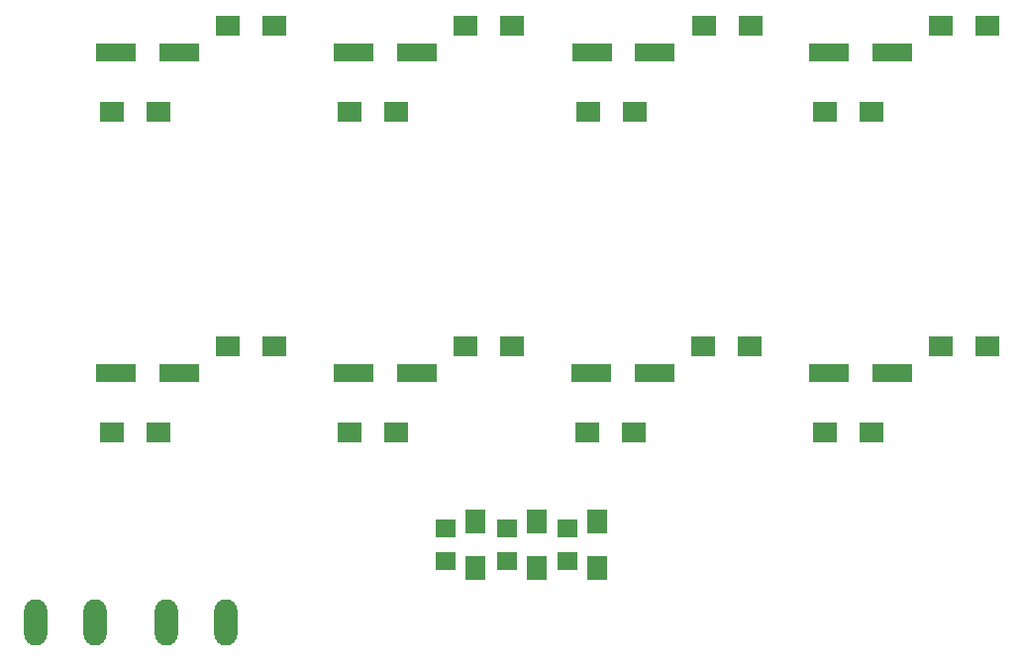
<source format=gbr>
G04 #@! TF.FileFunction,Paste,Top*
%FSLAX46Y46*%
G04 Gerber Fmt 4.6, Leading zero omitted, Abs format (unit mm)*
G04 Created by KiCad (PCBNEW 4.0.4+e1-6308~48~ubuntu15.10.1-stable) date Thu Dec  8 14:35:49 2016*
%MOMM*%
%LPD*%
G01*
G04 APERTURE LIST*
%ADD10C,0.100000*%
%ADD11O,1.981200X3.962400*%
%ADD12R,1.700000X2.000000*%
%ADD13R,2.000000X1.700000*%
%ADD14R,1.800860X1.597660*%
%ADD15R,3.500000X1.600000*%
G04 APERTURE END LIST*
D10*
D11*
X99695000Y-133858000D03*
X94615000Y-133858000D03*
D12*
X142621000Y-125254000D03*
X142621000Y-129254000D03*
X132207000Y-125254000D03*
X132207000Y-129254000D03*
X137414000Y-125254000D03*
X137414000Y-129254000D03*
D13*
X162084000Y-117602000D03*
X166084000Y-117602000D03*
X141764000Y-117602000D03*
X145764000Y-117602000D03*
X121444000Y-117602000D03*
X125444000Y-117602000D03*
X101124000Y-117602000D03*
X105124000Y-117602000D03*
X162084000Y-90170000D03*
X166084000Y-90170000D03*
X141827500Y-90170000D03*
X145827500Y-90170000D03*
X121444000Y-90170000D03*
X125444000Y-90170000D03*
X101124000Y-90170000D03*
X105124000Y-90170000D03*
D14*
X140081000Y-125834140D03*
X140081000Y-128673860D03*
X129667000Y-125834140D03*
X129667000Y-128673860D03*
X134874000Y-125834140D03*
X134874000Y-128673860D03*
D15*
X162400000Y-112522000D03*
X167800000Y-112522000D03*
X142080000Y-112522000D03*
X147480000Y-112522000D03*
X121760000Y-112522000D03*
X127160000Y-112522000D03*
X101440000Y-112522000D03*
X106840000Y-112522000D03*
X162400000Y-85090000D03*
X167800000Y-85090000D03*
X142143500Y-85090000D03*
X147543500Y-85090000D03*
X121760000Y-85090000D03*
X127160000Y-85090000D03*
X101440000Y-85090000D03*
X106840000Y-85090000D03*
D13*
X115030000Y-82804000D03*
X111030000Y-82804000D03*
X135350000Y-82804000D03*
X131350000Y-82804000D03*
X155733500Y-82804000D03*
X151733500Y-82804000D03*
X175990000Y-82804000D03*
X171990000Y-82804000D03*
X115030000Y-110236000D03*
X111030000Y-110236000D03*
X135350000Y-110236000D03*
X131350000Y-110236000D03*
X155670000Y-110236000D03*
X151670000Y-110236000D03*
X175990000Y-110236000D03*
X171990000Y-110236000D03*
D11*
X110871000Y-133858000D03*
X105791000Y-133858000D03*
M02*

</source>
